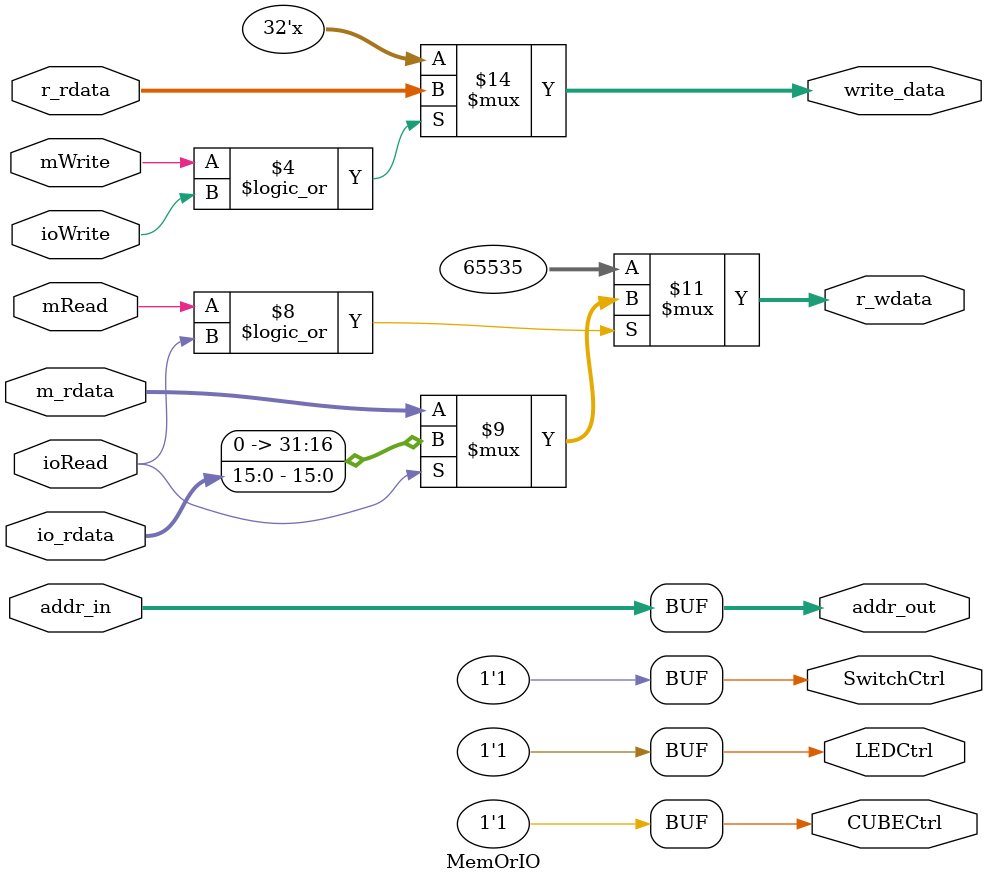
<source format=v>
module MemOrIO( mRead, mWrite, ioRead, ioWrite,addr_in, addr_out, m_rdata, io_rdata, r_wdata, r_rdata, write_data, LEDCtrl, CUBECtrl,SwitchCtrl);
input mRead; // read memory, from control32
input mWrite; // write memory, from control32
input ioRead; // read IO, from control32
input ioWrite; // write IO, from control32
input[31:0] addr_in; // from alu_result in executs32
output[31:0] addr_out; // address to memory

input[31:0] m_rdata; // data read from memory
input[15:0] io_rdata; // data read from io,16 bits
output reg[31:0] write_data; // data to memory or I/O???m_wdata, io_wdata???

output reg [31:0] r_wdata; // data to idecode32(register file)
input[31:0] r_rdata; // data read from idecode32(register file)

output  CUBECtrl;
output LEDCtrl; // LED Chip Select
output SwitchCtrl; // Switch Chip Select
assign addr_out= addr_in;
// The data wirte to register file may be from memory or io. // While the data is from io, it should be the lower 16bit of r_wdata. assign r_wdata = ?????????
// Chip select signal of Led and Switch are all active high;

assign LEDCtrl= 1'b1;
assign CUBECtrl=1'b1;
assign SwitchCtrl= 1'b1;

always @* begin
if((mWrite==1)||(ioWrite==1))
//wirte_data could go to either memory or IO. where is it from?
write_data = r_rdata;
else
write_data = 32'hZZZZZZZZ;
end

always @* begin
if((mRead==1)||(ioRead==1))
//wirte_data could go to either memory or IO. where is it from?
r_wdata = ioRead?{16'b0,io_rdata}:m_rdata;
else
r_wdata = 32'h0000ffff;
end

endmodule

</source>
